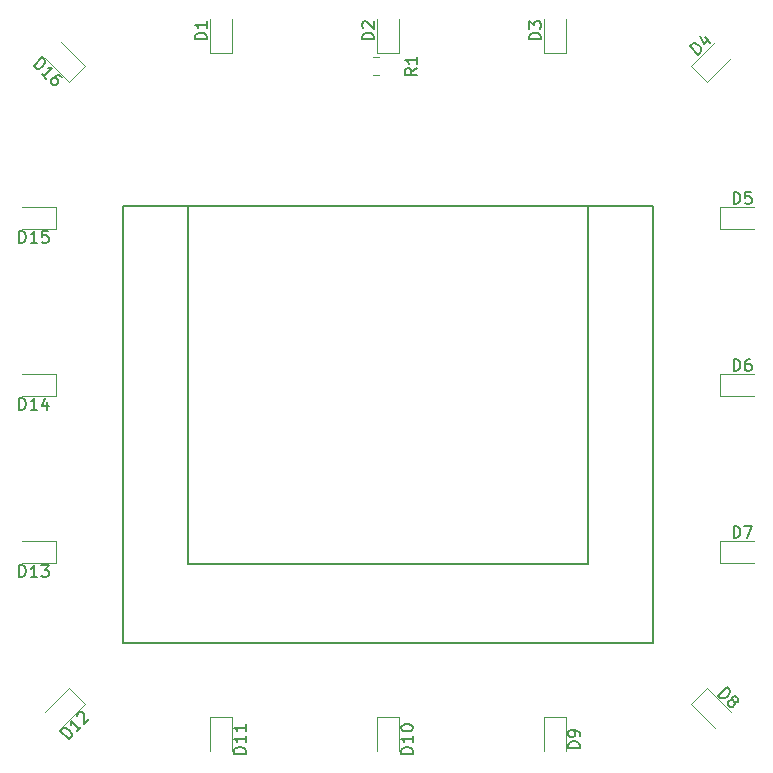
<source format=gbr>
G04 #@! TF.GenerationSoftware,KiCad,Pcbnew,7.0.7-2.fc38*
G04 #@! TF.CreationDate,2023-10-09T12:23:22+01:00*
G04 #@! TF.ProjectId,Light_PCB,4c696768-745f-4504-9342-2e6b69636164,rev?*
G04 #@! TF.SameCoordinates,Original*
G04 #@! TF.FileFunction,Legend,Top*
G04 #@! TF.FilePolarity,Positive*
%FSLAX46Y46*%
G04 Gerber Fmt 4.6, Leading zero omitted, Abs format (unit mm)*
G04 Created by KiCad (PCBNEW 7.0.7-2.fc38) date 2023-10-09 12:23:22*
%MOMM*%
%LPD*%
G01*
G04 APERTURE LIST*
%ADD10C,0.150000*%
%ADD11C,0.120000*%
G04 APERTURE END LIST*
D10*
X151900000Y-85000000D02*
X151900000Y-69850000D01*
X151900000Y-100150000D02*
X151900000Y-85000000D01*
X118100000Y-100150000D02*
X151900000Y-100150000D01*
X151900000Y-69850000D02*
X157400000Y-69850000D01*
X157400000Y-69850000D02*
X157400000Y-106850000D01*
X118100000Y-69850000D02*
X118100000Y-100150000D01*
X151900000Y-69850000D02*
X118100000Y-69850000D01*
X118100000Y-69850000D02*
X112600000Y-69850000D01*
X112600000Y-106850000D02*
X157400000Y-106850000D01*
X112600000Y-69850000D02*
X112600000Y-106850000D01*
X151254819Y-115738094D02*
X150254819Y-115738094D01*
X150254819Y-115738094D02*
X150254819Y-115499999D01*
X150254819Y-115499999D02*
X150302438Y-115357142D01*
X150302438Y-115357142D02*
X150397676Y-115261904D01*
X150397676Y-115261904D02*
X150492914Y-115214285D01*
X150492914Y-115214285D02*
X150683390Y-115166666D01*
X150683390Y-115166666D02*
X150826247Y-115166666D01*
X150826247Y-115166666D02*
X151016723Y-115214285D01*
X151016723Y-115214285D02*
X151111961Y-115261904D01*
X151111961Y-115261904D02*
X151207200Y-115357142D01*
X151207200Y-115357142D02*
X151254819Y-115499999D01*
X151254819Y-115499999D02*
X151254819Y-115738094D01*
X151254819Y-114690475D02*
X151254819Y-114499999D01*
X151254819Y-114499999D02*
X151207200Y-114404761D01*
X151207200Y-114404761D02*
X151159580Y-114357142D01*
X151159580Y-114357142D02*
X151016723Y-114261904D01*
X151016723Y-114261904D02*
X150826247Y-114214285D01*
X150826247Y-114214285D02*
X150445295Y-114214285D01*
X150445295Y-114214285D02*
X150350057Y-114261904D01*
X150350057Y-114261904D02*
X150302438Y-114309523D01*
X150302438Y-114309523D02*
X150254819Y-114404761D01*
X150254819Y-114404761D02*
X150254819Y-114595237D01*
X150254819Y-114595237D02*
X150302438Y-114690475D01*
X150302438Y-114690475D02*
X150350057Y-114738094D01*
X150350057Y-114738094D02*
X150445295Y-114785713D01*
X150445295Y-114785713D02*
X150683390Y-114785713D01*
X150683390Y-114785713D02*
X150778628Y-114738094D01*
X150778628Y-114738094D02*
X150826247Y-114690475D01*
X150826247Y-114690475D02*
X150873866Y-114595237D01*
X150873866Y-114595237D02*
X150873866Y-114404761D01*
X150873866Y-114404761D02*
X150826247Y-114309523D01*
X150826247Y-114309523D02*
X150778628Y-114261904D01*
X150778628Y-114261904D02*
X150683390Y-114214285D01*
X164261905Y-97954819D02*
X164261905Y-96954819D01*
X164261905Y-96954819D02*
X164500000Y-96954819D01*
X164500000Y-96954819D02*
X164642857Y-97002438D01*
X164642857Y-97002438D02*
X164738095Y-97097676D01*
X164738095Y-97097676D02*
X164785714Y-97192914D01*
X164785714Y-97192914D02*
X164833333Y-97383390D01*
X164833333Y-97383390D02*
X164833333Y-97526247D01*
X164833333Y-97526247D02*
X164785714Y-97716723D01*
X164785714Y-97716723D02*
X164738095Y-97811961D01*
X164738095Y-97811961D02*
X164642857Y-97907200D01*
X164642857Y-97907200D02*
X164500000Y-97954819D01*
X164500000Y-97954819D02*
X164261905Y-97954819D01*
X165166667Y-96954819D02*
X165833333Y-96954819D01*
X165833333Y-96954819D02*
X165404762Y-97954819D01*
X103785714Y-87104819D02*
X103785714Y-86104819D01*
X103785714Y-86104819D02*
X104023809Y-86104819D01*
X104023809Y-86104819D02*
X104166666Y-86152438D01*
X104166666Y-86152438D02*
X104261904Y-86247676D01*
X104261904Y-86247676D02*
X104309523Y-86342914D01*
X104309523Y-86342914D02*
X104357142Y-86533390D01*
X104357142Y-86533390D02*
X104357142Y-86676247D01*
X104357142Y-86676247D02*
X104309523Y-86866723D01*
X104309523Y-86866723D02*
X104261904Y-86961961D01*
X104261904Y-86961961D02*
X104166666Y-87057200D01*
X104166666Y-87057200D02*
X104023809Y-87104819D01*
X104023809Y-87104819D02*
X103785714Y-87104819D01*
X105309523Y-87104819D02*
X104738095Y-87104819D01*
X105023809Y-87104819D02*
X105023809Y-86104819D01*
X105023809Y-86104819D02*
X104928571Y-86247676D01*
X104928571Y-86247676D02*
X104833333Y-86342914D01*
X104833333Y-86342914D02*
X104738095Y-86390533D01*
X106166666Y-86438152D02*
X106166666Y-87104819D01*
X105928571Y-86057200D02*
X105690476Y-86771485D01*
X105690476Y-86771485D02*
X106309523Y-86771485D01*
X161289821Y-57019937D02*
X160582715Y-56312830D01*
X160582715Y-56312830D02*
X160751073Y-56144471D01*
X160751073Y-56144471D02*
X160885760Y-56077128D01*
X160885760Y-56077128D02*
X161020447Y-56077128D01*
X161020447Y-56077128D02*
X161121463Y-56110800D01*
X161121463Y-56110800D02*
X161289821Y-56211815D01*
X161289821Y-56211815D02*
X161390837Y-56312830D01*
X161390837Y-56312830D02*
X161491852Y-56481189D01*
X161491852Y-56481189D02*
X161525524Y-56582204D01*
X161525524Y-56582204D02*
X161525524Y-56716891D01*
X161525524Y-56716891D02*
X161458180Y-56851578D01*
X161458180Y-56851578D02*
X161289821Y-57019937D01*
X161828569Y-55538380D02*
X162299974Y-56009784D01*
X161390837Y-55437365D02*
X161727554Y-56110800D01*
X161727554Y-56110800D02*
X162165287Y-55673067D01*
X164261905Y-69654819D02*
X164261905Y-68654819D01*
X164261905Y-68654819D02*
X164500000Y-68654819D01*
X164500000Y-68654819D02*
X164642857Y-68702438D01*
X164642857Y-68702438D02*
X164738095Y-68797676D01*
X164738095Y-68797676D02*
X164785714Y-68892914D01*
X164785714Y-68892914D02*
X164833333Y-69083390D01*
X164833333Y-69083390D02*
X164833333Y-69226247D01*
X164833333Y-69226247D02*
X164785714Y-69416723D01*
X164785714Y-69416723D02*
X164738095Y-69511961D01*
X164738095Y-69511961D02*
X164642857Y-69607200D01*
X164642857Y-69607200D02*
X164500000Y-69654819D01*
X164500000Y-69654819D02*
X164261905Y-69654819D01*
X165738095Y-68654819D02*
X165261905Y-68654819D01*
X165261905Y-68654819D02*
X165214286Y-69131009D01*
X165214286Y-69131009D02*
X165261905Y-69083390D01*
X165261905Y-69083390D02*
X165357143Y-69035771D01*
X165357143Y-69035771D02*
X165595238Y-69035771D01*
X165595238Y-69035771D02*
X165690476Y-69083390D01*
X165690476Y-69083390D02*
X165738095Y-69131009D01*
X165738095Y-69131009D02*
X165785714Y-69226247D01*
X165785714Y-69226247D02*
X165785714Y-69464342D01*
X165785714Y-69464342D02*
X165738095Y-69559580D01*
X165738095Y-69559580D02*
X165690476Y-69607200D01*
X165690476Y-69607200D02*
X165595238Y-69654819D01*
X165595238Y-69654819D02*
X165357143Y-69654819D01*
X165357143Y-69654819D02*
X165261905Y-69607200D01*
X165261905Y-69607200D02*
X165214286Y-69559580D01*
X107972847Y-115003815D02*
X107265741Y-114296708D01*
X107265741Y-114296708D02*
X107434099Y-114128349D01*
X107434099Y-114128349D02*
X107568786Y-114061006D01*
X107568786Y-114061006D02*
X107703473Y-114061006D01*
X107703473Y-114061006D02*
X107804489Y-114094678D01*
X107804489Y-114094678D02*
X107972847Y-114195693D01*
X107972847Y-114195693D02*
X108073863Y-114296708D01*
X108073863Y-114296708D02*
X108174878Y-114465067D01*
X108174878Y-114465067D02*
X108208550Y-114566082D01*
X108208550Y-114566082D02*
X108208550Y-114700769D01*
X108208550Y-114700769D02*
X108141206Y-114835456D01*
X108141206Y-114835456D02*
X107972847Y-115003815D01*
X109050343Y-113926319D02*
X108646282Y-114330380D01*
X108848313Y-114128349D02*
X108141206Y-113421243D01*
X108141206Y-113421243D02*
X108174878Y-113589601D01*
X108174878Y-113589601D02*
X108174878Y-113724288D01*
X108174878Y-113724288D02*
X108141206Y-113825304D01*
X108679954Y-113017181D02*
X108679954Y-112949838D01*
X108679954Y-112949838D02*
X108713626Y-112848823D01*
X108713626Y-112848823D02*
X108881985Y-112680464D01*
X108881985Y-112680464D02*
X108983000Y-112646792D01*
X108983000Y-112646792D02*
X109050344Y-112646792D01*
X109050344Y-112646792D02*
X109151359Y-112680464D01*
X109151359Y-112680464D02*
X109218702Y-112747807D01*
X109218702Y-112747807D02*
X109286046Y-112882494D01*
X109286046Y-112882494D02*
X109286046Y-113690616D01*
X109286046Y-113690616D02*
X109723779Y-113252884D01*
X137454819Y-58166666D02*
X136978628Y-58499999D01*
X137454819Y-58738094D02*
X136454819Y-58738094D01*
X136454819Y-58738094D02*
X136454819Y-58357142D01*
X136454819Y-58357142D02*
X136502438Y-58261904D01*
X136502438Y-58261904D02*
X136550057Y-58214285D01*
X136550057Y-58214285D02*
X136645295Y-58166666D01*
X136645295Y-58166666D02*
X136788152Y-58166666D01*
X136788152Y-58166666D02*
X136883390Y-58214285D01*
X136883390Y-58214285D02*
X136931009Y-58261904D01*
X136931009Y-58261904D02*
X136978628Y-58357142D01*
X136978628Y-58357142D02*
X136978628Y-58738094D01*
X137454819Y-57214285D02*
X137454819Y-57785713D01*
X137454819Y-57499999D02*
X136454819Y-57499999D01*
X136454819Y-57499999D02*
X136597676Y-57595237D01*
X136597676Y-57595237D02*
X136692914Y-57690475D01*
X136692914Y-57690475D02*
X136740533Y-57785713D01*
X103785714Y-72954819D02*
X103785714Y-71954819D01*
X103785714Y-71954819D02*
X104023809Y-71954819D01*
X104023809Y-71954819D02*
X104166666Y-72002438D01*
X104166666Y-72002438D02*
X104261904Y-72097676D01*
X104261904Y-72097676D02*
X104309523Y-72192914D01*
X104309523Y-72192914D02*
X104357142Y-72383390D01*
X104357142Y-72383390D02*
X104357142Y-72526247D01*
X104357142Y-72526247D02*
X104309523Y-72716723D01*
X104309523Y-72716723D02*
X104261904Y-72811961D01*
X104261904Y-72811961D02*
X104166666Y-72907200D01*
X104166666Y-72907200D02*
X104023809Y-72954819D01*
X104023809Y-72954819D02*
X103785714Y-72954819D01*
X105309523Y-72954819D02*
X104738095Y-72954819D01*
X105023809Y-72954819D02*
X105023809Y-71954819D01*
X105023809Y-71954819D02*
X104928571Y-72097676D01*
X104928571Y-72097676D02*
X104833333Y-72192914D01*
X104833333Y-72192914D02*
X104738095Y-72240533D01*
X106214285Y-71954819D02*
X105738095Y-71954819D01*
X105738095Y-71954819D02*
X105690476Y-72431009D01*
X105690476Y-72431009D02*
X105738095Y-72383390D01*
X105738095Y-72383390D02*
X105833333Y-72335771D01*
X105833333Y-72335771D02*
X106071428Y-72335771D01*
X106071428Y-72335771D02*
X106166666Y-72383390D01*
X106166666Y-72383390D02*
X106214285Y-72431009D01*
X106214285Y-72431009D02*
X106261904Y-72526247D01*
X106261904Y-72526247D02*
X106261904Y-72764342D01*
X106261904Y-72764342D02*
X106214285Y-72859580D01*
X106214285Y-72859580D02*
X106166666Y-72907200D01*
X106166666Y-72907200D02*
X106071428Y-72954819D01*
X106071428Y-72954819D02*
X105833333Y-72954819D01*
X105833333Y-72954819D02*
X105738095Y-72907200D01*
X105738095Y-72907200D02*
X105690476Y-72859580D01*
X122954819Y-116214285D02*
X121954819Y-116214285D01*
X121954819Y-116214285D02*
X121954819Y-115976190D01*
X121954819Y-115976190D02*
X122002438Y-115833333D01*
X122002438Y-115833333D02*
X122097676Y-115738095D01*
X122097676Y-115738095D02*
X122192914Y-115690476D01*
X122192914Y-115690476D02*
X122383390Y-115642857D01*
X122383390Y-115642857D02*
X122526247Y-115642857D01*
X122526247Y-115642857D02*
X122716723Y-115690476D01*
X122716723Y-115690476D02*
X122811961Y-115738095D01*
X122811961Y-115738095D02*
X122907200Y-115833333D01*
X122907200Y-115833333D02*
X122954819Y-115976190D01*
X122954819Y-115976190D02*
X122954819Y-116214285D01*
X122954819Y-114690476D02*
X122954819Y-115261904D01*
X122954819Y-114976190D02*
X121954819Y-114976190D01*
X121954819Y-114976190D02*
X122097676Y-115071428D01*
X122097676Y-115071428D02*
X122192914Y-115166666D01*
X122192914Y-115166666D02*
X122240533Y-115261904D01*
X122954819Y-113738095D02*
X122954819Y-114309523D01*
X122954819Y-114023809D02*
X121954819Y-114023809D01*
X121954819Y-114023809D02*
X122097676Y-114119047D01*
X122097676Y-114119047D02*
X122192914Y-114214285D01*
X122192914Y-114214285D02*
X122240533Y-114309523D01*
X147954819Y-55738094D02*
X146954819Y-55738094D01*
X146954819Y-55738094D02*
X146954819Y-55499999D01*
X146954819Y-55499999D02*
X147002438Y-55357142D01*
X147002438Y-55357142D02*
X147097676Y-55261904D01*
X147097676Y-55261904D02*
X147192914Y-55214285D01*
X147192914Y-55214285D02*
X147383390Y-55166666D01*
X147383390Y-55166666D02*
X147526247Y-55166666D01*
X147526247Y-55166666D02*
X147716723Y-55214285D01*
X147716723Y-55214285D02*
X147811961Y-55261904D01*
X147811961Y-55261904D02*
X147907200Y-55357142D01*
X147907200Y-55357142D02*
X147954819Y-55499999D01*
X147954819Y-55499999D02*
X147954819Y-55738094D01*
X146954819Y-54833332D02*
X146954819Y-54214285D01*
X146954819Y-54214285D02*
X147335771Y-54547618D01*
X147335771Y-54547618D02*
X147335771Y-54404761D01*
X147335771Y-54404761D02*
X147383390Y-54309523D01*
X147383390Y-54309523D02*
X147431009Y-54261904D01*
X147431009Y-54261904D02*
X147526247Y-54214285D01*
X147526247Y-54214285D02*
X147764342Y-54214285D01*
X147764342Y-54214285D02*
X147859580Y-54261904D01*
X147859580Y-54261904D02*
X147907200Y-54309523D01*
X147907200Y-54309523D02*
X147954819Y-54404761D01*
X147954819Y-54404761D02*
X147954819Y-54690475D01*
X147954819Y-54690475D02*
X147907200Y-54785713D01*
X147907200Y-54785713D02*
X147859580Y-54833332D01*
X133804819Y-55738094D02*
X132804819Y-55738094D01*
X132804819Y-55738094D02*
X132804819Y-55499999D01*
X132804819Y-55499999D02*
X132852438Y-55357142D01*
X132852438Y-55357142D02*
X132947676Y-55261904D01*
X132947676Y-55261904D02*
X133042914Y-55214285D01*
X133042914Y-55214285D02*
X133233390Y-55166666D01*
X133233390Y-55166666D02*
X133376247Y-55166666D01*
X133376247Y-55166666D02*
X133566723Y-55214285D01*
X133566723Y-55214285D02*
X133661961Y-55261904D01*
X133661961Y-55261904D02*
X133757200Y-55357142D01*
X133757200Y-55357142D02*
X133804819Y-55499999D01*
X133804819Y-55499999D02*
X133804819Y-55738094D01*
X132900057Y-54785713D02*
X132852438Y-54738094D01*
X132852438Y-54738094D02*
X132804819Y-54642856D01*
X132804819Y-54642856D02*
X132804819Y-54404761D01*
X132804819Y-54404761D02*
X132852438Y-54309523D01*
X132852438Y-54309523D02*
X132900057Y-54261904D01*
X132900057Y-54261904D02*
X132995295Y-54214285D01*
X132995295Y-54214285D02*
X133090533Y-54214285D01*
X133090533Y-54214285D02*
X133233390Y-54261904D01*
X133233390Y-54261904D02*
X133804819Y-54833332D01*
X133804819Y-54833332D02*
X133804819Y-54214285D01*
X104996184Y-57972847D02*
X105703291Y-57265741D01*
X105703291Y-57265741D02*
X105871650Y-57434099D01*
X105871650Y-57434099D02*
X105938993Y-57568786D01*
X105938993Y-57568786D02*
X105938993Y-57703473D01*
X105938993Y-57703473D02*
X105905321Y-57804489D01*
X105905321Y-57804489D02*
X105804306Y-57972847D01*
X105804306Y-57972847D02*
X105703291Y-58073863D01*
X105703291Y-58073863D02*
X105534932Y-58174878D01*
X105534932Y-58174878D02*
X105433917Y-58208550D01*
X105433917Y-58208550D02*
X105299230Y-58208550D01*
X105299230Y-58208550D02*
X105164543Y-58141206D01*
X105164543Y-58141206D02*
X104996184Y-57972847D01*
X106073680Y-59050343D02*
X105669619Y-58646282D01*
X105871650Y-58848313D02*
X106578756Y-58141206D01*
X106578756Y-58141206D02*
X106410398Y-58174878D01*
X106410398Y-58174878D02*
X106275711Y-58174878D01*
X106275711Y-58174878D02*
X106174695Y-58141206D01*
X107386879Y-58949328D02*
X107252192Y-58814641D01*
X107252192Y-58814641D02*
X107151176Y-58780970D01*
X107151176Y-58780970D02*
X107083833Y-58780970D01*
X107083833Y-58780970D02*
X106915474Y-58814641D01*
X106915474Y-58814641D02*
X106747115Y-58915657D01*
X106747115Y-58915657D02*
X106477741Y-59185031D01*
X106477741Y-59185031D02*
X106444070Y-59286046D01*
X106444070Y-59286046D02*
X106444070Y-59353389D01*
X106444070Y-59353389D02*
X106477741Y-59454405D01*
X106477741Y-59454405D02*
X106612428Y-59589092D01*
X106612428Y-59589092D02*
X106713444Y-59622763D01*
X106713444Y-59622763D02*
X106780787Y-59622763D01*
X106780787Y-59622763D02*
X106881802Y-59589092D01*
X106881802Y-59589092D02*
X107050161Y-59420733D01*
X107050161Y-59420733D02*
X107083833Y-59319718D01*
X107083833Y-59319718D02*
X107083833Y-59252374D01*
X107083833Y-59252374D02*
X107050161Y-59151359D01*
X107050161Y-59151359D02*
X106915474Y-59016672D01*
X106915474Y-59016672D02*
X106814459Y-58983000D01*
X106814459Y-58983000D02*
X106747115Y-58983000D01*
X106747115Y-58983000D02*
X106646100Y-59016672D01*
X162980062Y-111289821D02*
X163687169Y-110582715D01*
X163687169Y-110582715D02*
X163855528Y-110751073D01*
X163855528Y-110751073D02*
X163922871Y-110885760D01*
X163922871Y-110885760D02*
X163922871Y-111020447D01*
X163922871Y-111020447D02*
X163889199Y-111121463D01*
X163889199Y-111121463D02*
X163788184Y-111289821D01*
X163788184Y-111289821D02*
X163687169Y-111390837D01*
X163687169Y-111390837D02*
X163518810Y-111491852D01*
X163518810Y-111491852D02*
X163417795Y-111525524D01*
X163417795Y-111525524D02*
X163283108Y-111525524D01*
X163283108Y-111525524D02*
X163148421Y-111458180D01*
X163148421Y-111458180D02*
X162980062Y-111289821D01*
X164192245Y-111693882D02*
X164158573Y-111592867D01*
X164158573Y-111592867D02*
X164158573Y-111525524D01*
X164158573Y-111525524D02*
X164192245Y-111424508D01*
X164192245Y-111424508D02*
X164225917Y-111390837D01*
X164225917Y-111390837D02*
X164326932Y-111357165D01*
X164326932Y-111357165D02*
X164394276Y-111357165D01*
X164394276Y-111357165D02*
X164495291Y-111390837D01*
X164495291Y-111390837D02*
X164629978Y-111525524D01*
X164629978Y-111525524D02*
X164663650Y-111626539D01*
X164663650Y-111626539D02*
X164663650Y-111693882D01*
X164663650Y-111693882D02*
X164629978Y-111794898D01*
X164629978Y-111794898D02*
X164596306Y-111828569D01*
X164596306Y-111828569D02*
X164495291Y-111862241D01*
X164495291Y-111862241D02*
X164427947Y-111862241D01*
X164427947Y-111862241D02*
X164326932Y-111828569D01*
X164326932Y-111828569D02*
X164192245Y-111693882D01*
X164192245Y-111693882D02*
X164091230Y-111660211D01*
X164091230Y-111660211D02*
X164023886Y-111660211D01*
X164023886Y-111660211D02*
X163922871Y-111693882D01*
X163922871Y-111693882D02*
X163788184Y-111828569D01*
X163788184Y-111828569D02*
X163754512Y-111929585D01*
X163754512Y-111929585D02*
X163754512Y-111996928D01*
X163754512Y-111996928D02*
X163788184Y-112097943D01*
X163788184Y-112097943D02*
X163922871Y-112232630D01*
X163922871Y-112232630D02*
X164023886Y-112266302D01*
X164023886Y-112266302D02*
X164091230Y-112266302D01*
X164091230Y-112266302D02*
X164192245Y-112232630D01*
X164192245Y-112232630D02*
X164326932Y-112097943D01*
X164326932Y-112097943D02*
X164360604Y-111996928D01*
X164360604Y-111996928D02*
X164360604Y-111929585D01*
X164360604Y-111929585D02*
X164326932Y-111828569D01*
X119654819Y-55738094D02*
X118654819Y-55738094D01*
X118654819Y-55738094D02*
X118654819Y-55499999D01*
X118654819Y-55499999D02*
X118702438Y-55357142D01*
X118702438Y-55357142D02*
X118797676Y-55261904D01*
X118797676Y-55261904D02*
X118892914Y-55214285D01*
X118892914Y-55214285D02*
X119083390Y-55166666D01*
X119083390Y-55166666D02*
X119226247Y-55166666D01*
X119226247Y-55166666D02*
X119416723Y-55214285D01*
X119416723Y-55214285D02*
X119511961Y-55261904D01*
X119511961Y-55261904D02*
X119607200Y-55357142D01*
X119607200Y-55357142D02*
X119654819Y-55499999D01*
X119654819Y-55499999D02*
X119654819Y-55738094D01*
X119654819Y-54214285D02*
X119654819Y-54785713D01*
X119654819Y-54499999D02*
X118654819Y-54499999D01*
X118654819Y-54499999D02*
X118797676Y-54595237D01*
X118797676Y-54595237D02*
X118892914Y-54690475D01*
X118892914Y-54690475D02*
X118940533Y-54785713D01*
X164261905Y-83804819D02*
X164261905Y-82804819D01*
X164261905Y-82804819D02*
X164500000Y-82804819D01*
X164500000Y-82804819D02*
X164642857Y-82852438D01*
X164642857Y-82852438D02*
X164738095Y-82947676D01*
X164738095Y-82947676D02*
X164785714Y-83042914D01*
X164785714Y-83042914D02*
X164833333Y-83233390D01*
X164833333Y-83233390D02*
X164833333Y-83376247D01*
X164833333Y-83376247D02*
X164785714Y-83566723D01*
X164785714Y-83566723D02*
X164738095Y-83661961D01*
X164738095Y-83661961D02*
X164642857Y-83757200D01*
X164642857Y-83757200D02*
X164500000Y-83804819D01*
X164500000Y-83804819D02*
X164261905Y-83804819D01*
X165690476Y-82804819D02*
X165500000Y-82804819D01*
X165500000Y-82804819D02*
X165404762Y-82852438D01*
X165404762Y-82852438D02*
X165357143Y-82900057D01*
X165357143Y-82900057D02*
X165261905Y-83042914D01*
X165261905Y-83042914D02*
X165214286Y-83233390D01*
X165214286Y-83233390D02*
X165214286Y-83614342D01*
X165214286Y-83614342D02*
X165261905Y-83709580D01*
X165261905Y-83709580D02*
X165309524Y-83757200D01*
X165309524Y-83757200D02*
X165404762Y-83804819D01*
X165404762Y-83804819D02*
X165595238Y-83804819D01*
X165595238Y-83804819D02*
X165690476Y-83757200D01*
X165690476Y-83757200D02*
X165738095Y-83709580D01*
X165738095Y-83709580D02*
X165785714Y-83614342D01*
X165785714Y-83614342D02*
X165785714Y-83376247D01*
X165785714Y-83376247D02*
X165738095Y-83281009D01*
X165738095Y-83281009D02*
X165690476Y-83233390D01*
X165690476Y-83233390D02*
X165595238Y-83185771D01*
X165595238Y-83185771D02*
X165404762Y-83185771D01*
X165404762Y-83185771D02*
X165309524Y-83233390D01*
X165309524Y-83233390D02*
X165261905Y-83281009D01*
X165261905Y-83281009D02*
X165214286Y-83376247D01*
X137104819Y-116214285D02*
X136104819Y-116214285D01*
X136104819Y-116214285D02*
X136104819Y-115976190D01*
X136104819Y-115976190D02*
X136152438Y-115833333D01*
X136152438Y-115833333D02*
X136247676Y-115738095D01*
X136247676Y-115738095D02*
X136342914Y-115690476D01*
X136342914Y-115690476D02*
X136533390Y-115642857D01*
X136533390Y-115642857D02*
X136676247Y-115642857D01*
X136676247Y-115642857D02*
X136866723Y-115690476D01*
X136866723Y-115690476D02*
X136961961Y-115738095D01*
X136961961Y-115738095D02*
X137057200Y-115833333D01*
X137057200Y-115833333D02*
X137104819Y-115976190D01*
X137104819Y-115976190D02*
X137104819Y-116214285D01*
X137104819Y-114690476D02*
X137104819Y-115261904D01*
X137104819Y-114976190D02*
X136104819Y-114976190D01*
X136104819Y-114976190D02*
X136247676Y-115071428D01*
X136247676Y-115071428D02*
X136342914Y-115166666D01*
X136342914Y-115166666D02*
X136390533Y-115261904D01*
X136104819Y-114071428D02*
X136104819Y-113976190D01*
X136104819Y-113976190D02*
X136152438Y-113880952D01*
X136152438Y-113880952D02*
X136200057Y-113833333D01*
X136200057Y-113833333D02*
X136295295Y-113785714D01*
X136295295Y-113785714D02*
X136485771Y-113738095D01*
X136485771Y-113738095D02*
X136723866Y-113738095D01*
X136723866Y-113738095D02*
X136914342Y-113785714D01*
X136914342Y-113785714D02*
X137009580Y-113833333D01*
X137009580Y-113833333D02*
X137057200Y-113880952D01*
X137057200Y-113880952D02*
X137104819Y-113976190D01*
X137104819Y-113976190D02*
X137104819Y-114071428D01*
X137104819Y-114071428D02*
X137057200Y-114166666D01*
X137057200Y-114166666D02*
X137009580Y-114214285D01*
X137009580Y-114214285D02*
X136914342Y-114261904D01*
X136914342Y-114261904D02*
X136723866Y-114309523D01*
X136723866Y-114309523D02*
X136485771Y-114309523D01*
X136485771Y-114309523D02*
X136295295Y-114261904D01*
X136295295Y-114261904D02*
X136200057Y-114214285D01*
X136200057Y-114214285D02*
X136152438Y-114166666D01*
X136152438Y-114166666D02*
X136104819Y-114071428D01*
X103785714Y-101254819D02*
X103785714Y-100254819D01*
X103785714Y-100254819D02*
X104023809Y-100254819D01*
X104023809Y-100254819D02*
X104166666Y-100302438D01*
X104166666Y-100302438D02*
X104261904Y-100397676D01*
X104261904Y-100397676D02*
X104309523Y-100492914D01*
X104309523Y-100492914D02*
X104357142Y-100683390D01*
X104357142Y-100683390D02*
X104357142Y-100826247D01*
X104357142Y-100826247D02*
X104309523Y-101016723D01*
X104309523Y-101016723D02*
X104261904Y-101111961D01*
X104261904Y-101111961D02*
X104166666Y-101207200D01*
X104166666Y-101207200D02*
X104023809Y-101254819D01*
X104023809Y-101254819D02*
X103785714Y-101254819D01*
X105309523Y-101254819D02*
X104738095Y-101254819D01*
X105023809Y-101254819D02*
X105023809Y-100254819D01*
X105023809Y-100254819D02*
X104928571Y-100397676D01*
X104928571Y-100397676D02*
X104833333Y-100492914D01*
X104833333Y-100492914D02*
X104738095Y-100540533D01*
X105642857Y-100254819D02*
X106261904Y-100254819D01*
X106261904Y-100254819D02*
X105928571Y-100635771D01*
X105928571Y-100635771D02*
X106071428Y-100635771D01*
X106071428Y-100635771D02*
X106166666Y-100683390D01*
X106166666Y-100683390D02*
X106214285Y-100731009D01*
X106214285Y-100731009D02*
X106261904Y-100826247D01*
X106261904Y-100826247D02*
X106261904Y-101064342D01*
X106261904Y-101064342D02*
X106214285Y-101159580D01*
X106214285Y-101159580D02*
X106166666Y-101207200D01*
X106166666Y-101207200D02*
X106071428Y-101254819D01*
X106071428Y-101254819D02*
X105785714Y-101254819D01*
X105785714Y-101254819D02*
X105690476Y-101207200D01*
X105690476Y-101207200D02*
X105642857Y-101159580D01*
D11*
G04 #@! TO.C,D9*
X150110000Y-113140000D02*
X148190000Y-113140000D01*
X150110000Y-116000000D02*
X150110000Y-113140000D01*
X148190000Y-113140000D02*
X148190000Y-116000000D01*
G04 #@! TO.C,D7*
X163140000Y-100110000D02*
X166000000Y-100110000D01*
X163140000Y-98190000D02*
X163140000Y-100110000D01*
X166000000Y-98190000D02*
X163140000Y-98190000D01*
G04 #@! TO.C,D14*
X106860000Y-84040000D02*
X104000000Y-84040000D01*
X106860000Y-85960000D02*
X106860000Y-84040000D01*
X104000000Y-85960000D02*
X106860000Y-85960000D01*
G04 #@! TO.C,D4*
X160662813Y-57979542D02*
X162020458Y-59337187D01*
X162020458Y-59337187D02*
X164042783Y-57314862D01*
X162685138Y-55957217D02*
X160662813Y-57979542D01*
G04 #@! TO.C,D5*
X163140000Y-69890000D02*
X163140000Y-71810000D01*
X166000000Y-69890000D02*
X163140000Y-69890000D01*
X163140000Y-71810000D02*
X166000000Y-71810000D01*
G04 #@! TO.C,D12*
X107979542Y-110662813D02*
X105957217Y-112685138D01*
X107314862Y-114042783D02*
X109337187Y-112020458D01*
X109337187Y-112020458D02*
X107979542Y-110662813D01*
G04 #@! TO.C,R1*
X134227064Y-58735000D02*
X133772936Y-58735000D01*
X134227064Y-57265000D02*
X133772936Y-57265000D01*
G04 #@! TO.C,D15*
X106860000Y-69890000D02*
X104000000Y-69890000D01*
X104000000Y-71810000D02*
X106860000Y-71810000D01*
X106860000Y-71810000D02*
X106860000Y-69890000D01*
G04 #@! TO.C,D11*
X119890000Y-113140000D02*
X119890000Y-116000000D01*
X121810000Y-113140000D02*
X119890000Y-113140000D01*
X121810000Y-116000000D02*
X121810000Y-113140000D01*
G04 #@! TO.C,D3*
X150110000Y-56860000D02*
X150110000Y-54000000D01*
X148190000Y-54000000D02*
X148190000Y-56860000D01*
X148190000Y-56860000D02*
X150110000Y-56860000D01*
G04 #@! TO.C,D2*
X135960000Y-56860000D02*
X135960000Y-54000000D01*
X134040000Y-56860000D02*
X135960000Y-56860000D01*
X134040000Y-54000000D02*
X134040000Y-56860000D01*
G04 #@! TO.C,D16*
X107979542Y-59337187D02*
X109337187Y-57979542D01*
X109337187Y-57979542D02*
X107314862Y-55957217D01*
X105957217Y-57314862D02*
X107979542Y-59337187D01*
G04 #@! TO.C,D8*
X162020458Y-110662813D02*
X160662813Y-112020458D01*
X164042783Y-112685138D02*
X162020458Y-110662813D01*
X160662813Y-112020458D02*
X162685138Y-114042783D01*
G04 #@! TO.C,D1*
X119890000Y-56860000D02*
X121810000Y-56860000D01*
X119890000Y-54000000D02*
X119890000Y-56860000D01*
X121810000Y-56860000D02*
X121810000Y-54000000D01*
G04 #@! TO.C,D6*
X163140000Y-85960000D02*
X166000000Y-85960000D01*
X166000000Y-84040000D02*
X163140000Y-84040000D01*
X163140000Y-84040000D02*
X163140000Y-85960000D01*
G04 #@! TO.C,D10*
X135960000Y-116000000D02*
X135960000Y-113140000D01*
X135960000Y-113140000D02*
X134040000Y-113140000D01*
X134040000Y-113140000D02*
X134040000Y-116000000D01*
G04 #@! TO.C,D13*
X106860000Y-98190000D02*
X104000000Y-98190000D01*
X104000000Y-100110000D02*
X106860000Y-100110000D01*
X106860000Y-100110000D02*
X106860000Y-98190000D01*
G04 #@! TD*
M02*

</source>
